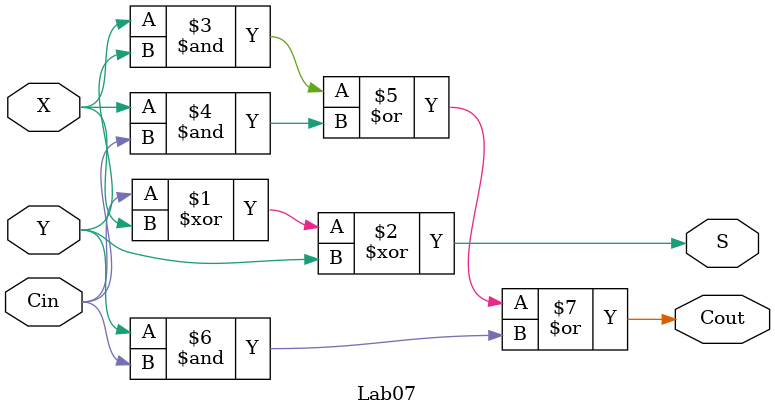
<source format=v>
module Lab07(Cin,X,Y,S,Cout);
input Cin,X,Y;
output Cout,S;
assign S=(Cin^X^Y);
assign Cout= (X&Y)|(X&Cin)|(Y&Cin);
endmodule
</source>
